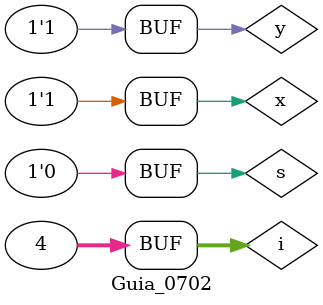
<source format=v>

module f0702( output a, output b, input x, input y );
    or  OR1  ( a, x, y );  // saída do OR
    nor NOR1 ( b, x, y );  // saída do NOR
endmodule // f0702

// ------------------------- 
//  Multiplexador com 1 bit para Seleção 
// ------------------------- 
module mux ( output z, 
             input a, input b, 
             input select 
           ); 
    // definir dados locais 
    wire not_select; 
    wire sa; 
    wire sb; 
    // descrever por portas 
    not NOT1 ( not_select, select ); 
    and AND1 ( sa, b, not_select ); // Modificação: 'b' para NOR com select=0
    and AND2 ( sb, a,     select ); // Modificação: 'a' para OR com select=1
    or  OR1  ( z, sa, sb ); 
endmodule // mux 

// ------------------------- 
//  Guia_0702 - Módulo de Teste 
// -------------------------
module Guia_0702; 
    // ------------------------- definir dados 
    reg  x = 0, y = 0; // inputs
    reg  s = 0;        // input selecionável
    wire z;            // output MUX
    wire a, b;         // outputs OR/NOR
    integer i = 0;

    // instâncias
    f0702 MOD ( a, b, x, y );
    mux   MUX ( z, a, b, s );

    // valores iniciais 
    initial begin: start 
        x=1'b0; y=1'b0; s=1'b0;
    end // start
    
    // ------------------------- parte principal 
    initial begin : main 
        $display("Guia_0702 - CaioDiniz - Teste"); 
        $display("LU's module:");
        $display( "   x    y    s   OR   NOR  MUX" );
        $monitor("%4b %4b %4b %4b %4b %4b", x, y, s, a, b, z ); 
        for (i = 0; i < 4; i = i + 1) begin
            { x, y } = i;
            s = ~s; // alternar o valor de s
            #1;
        end // for
    end // main 
endmodule // Guia_0702 

</source>
